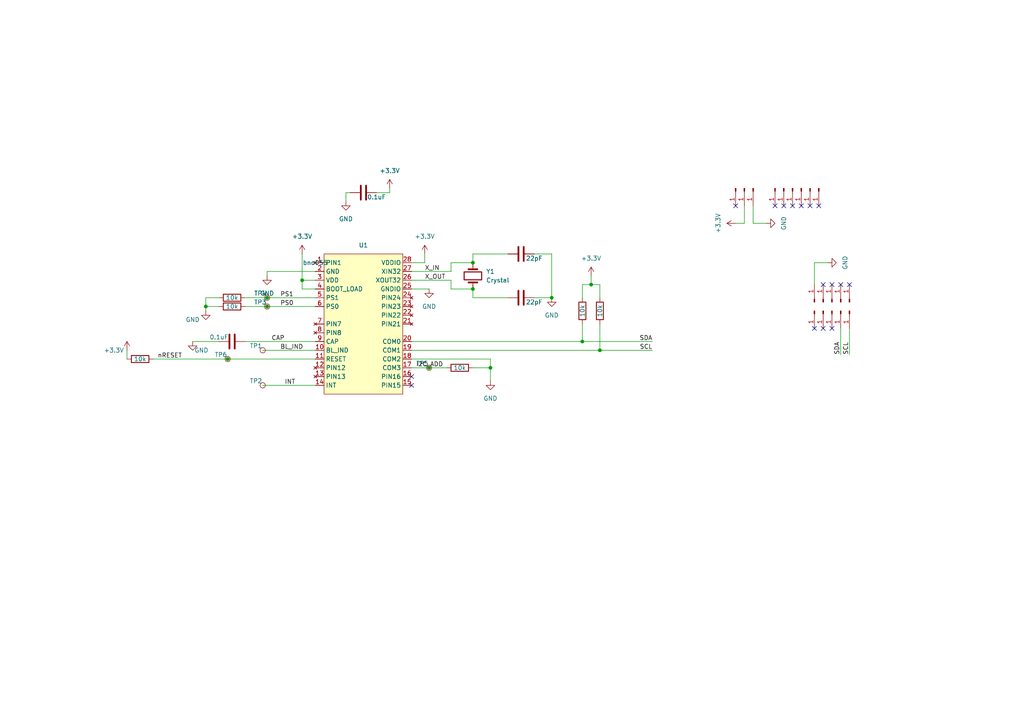
<source format=kicad_sch>
(kicad_sch (version 20230121) (generator eeschema)
  (paper "A4")
  (lib_symbols
    (symbol "00_custom:BNO055"
      (property "Reference" "U" (at 0 0 0))
      (symbol "BNO055_0_1"
        (rectangle (start 2.54 2.54) (end 25.4 -38.1) (fill (type background)))
      )
      (symbol "BNO055_1_1"
        (pin no_connect line (at 0 0 0) (length 2.54) (name "PIN1") (number "1"))
        (pin output line (at 0 -25.4 0) (length 2.54) (name "BL_IND") (number "10"))
        (pin input line (at 0 -27.94 0) (length 2.54) (name "RESET") (number "11"))
        (pin no_connect line (at 0 -30.48 0) (length 2.54) (name "PIN12") (number "12"))
        (pin no_connect line (at 0 -33.02 0) (length 2.54) (name "PIN13") (number "13"))
        (pin output line (at 0 -35.56 0) (length 2.54) (name "INT") (number "14"))
        (pin power_in line (at 27.94 -35.56 180) (length 2.54) (name "PIN15") (number "15"))
        (pin power_in line (at 27.94 -33.02 180) (length 2.54) (name "PIN16") (number "16"))
        (pin input line (at 27.94 -30.48 180) (length 2.54) (name "COM3") (number "17"))
        (pin input line (at 27.94 -27.94 180) (length 2.54) (name "COM2") (number "18"))
        (pin input line (at 27.94 -25.4 180) (length 2.54) (name "COM1") (number "19"))
        (pin power_in line (at 0 -2.54 0) (length 2.54) (name "GND") (number "2"))
        (pin input line (at 27.94 -22.86 180) (length 2.54) (name "COM0") (number "20"))
        (pin no_connect line (at 27.94 -17.78 180) (length 2.54) (name "PIN21") (number "21"))
        (pin no_connect line (at 27.94 -15.24 180) (length 2.54) (name "PIN22") (number "22"))
        (pin no_connect line (at 27.94 -12.7 180) (length 2.54) (name "PIN23") (number "23"))
        (pin no_connect line (at 27.94 -10.16 180) (length 2.54) (name "PIN24") (number "24"))
        (pin power_in line (at 27.94 -7.62 180) (length 2.54) (name "GNDIO") (number "25"))
        (pin output line (at 27.94 -5.08 180) (length 2.54) (name "XOUT32") (number "26"))
        (pin input line (at 27.94 -2.54 180) (length 2.54) (name "XIN32") (number "27"))
        (pin power_in line (at 27.94 0 180) (length 2.54) (name "VDDIO") (number "28"))
        (pin power_in line (at 0 -5.08 0) (length 2.54) (name "VDD") (number "3"))
        (pin input line (at 0 -7.62 0) (length 2.54) (name "BOOT_LOAD") (number "4"))
        (pin input line (at 0 -10.16 0) (length 2.54) (name "PS1") (number "5"))
        (pin input line (at 0 -12.7 0) (length 2.54) (name "PS0") (number "6"))
        (pin no_connect line (at 0 -17.78 0) (length 2.54) (name "PIN7") (number "7"))
        (pin no_connect line (at 0 -20.32 0) (length 2.54) (name "PIN8") (number "8"))
        (pin passive line (at 0 -22.86 0) (length 2.54) (name "CAP") (number "9"))
      )
    )
    (symbol "00_custom:TestPoint" (pin_numbers hide) (pin_names (offset 0.762) hide)
      (property "Reference" "TP" (at 0 6.858 0))
      (property "Value" "TestPoint" (at 0 5.08 0))
      (symbol "TestPoint_0_1"
        (circle (center 0 0) (radius 0.762))
      )
      (symbol "TestPoint_1_1"
        (pin passive line (at 0 0 90) (length 0) (name "1") (number "1"))
      )
    )
    (symbol "Connector:Conn_01x01_Pin" (pin_names (offset 1.016) hide) (in_bom no)
      (property "Reference" "J" (at 0 2.54 0))
      (property "Value" "Conn_01x01_Pin" (at 0 -2.54 0))
      (symbol "Conn_01x01_Pin_1_1"
        (polyline (pts (xy 1.27 0) (xy 0.8636 0)) (stroke (width 0.1524)))
        (rectangle (start 0 0.127) (end 0.8636 -0.127) (stroke (width 0.1524)) (fill (type outline)))
        (pin passive line (at 5.08 0 180) (length 3.81) (name "Pin_1") (number "1"))
      )
    )
    (symbol "Device:C" (pin_numbers hide) (pin_names (offset 0.254))
      (property "Reference" "C" (at 0.635 2.54 0))
      (property "Value" "C" (at 0.635 -2.54 0))
      (symbol "C_0_1"
        (polyline (pts (xy -2.032 -0.762) (xy 2.032 -0.762)) (stroke (width 0.508)))
        (polyline (pts (xy -2.032 0.762) (xy 2.032 0.762)) (stroke (width 0.508)))
      )
      (symbol "C_1_1"
        (pin passive line (at 0 3.81 270) (length 2.794) (name "~") (number "1"))
        (pin passive line (at 0 -3.81 90) (length 2.794) (name "~") (number "2"))
      )
    )
    (symbol "Device:Crystal" (pin_numbers hide) (pin_names (offset 1.016) hide)
      (property "Reference" "Y" (at 0 3.81 0))
      (property "Value" "Crystal" (at 0 -3.81 0))
      (symbol "Crystal_0_1"
        (rectangle (start -1.143 2.54) (end 1.143 -2.54) (stroke (width 0.3048)))
        (polyline (pts (xy -2.54 0) (xy -1.905 0)))
        (polyline (pts (xy -1.905 -1.27) (xy -1.905 1.27)) (stroke (width 0.508)))
        (polyline (pts (xy 1.905 -1.27) (xy 1.905 1.27)) (stroke (width 0.508)))
        (polyline (pts (xy 2.54 0) (xy 1.905 0)))
      )
      (symbol "Crystal_1_1"
        (pin passive line (at -3.81 0 0) (length 1.27) (name "1") (number "1"))
        (pin passive line (at 3.81 0 180) (length 1.27) (name "2") (number "2"))
      )
    )
    (symbol "Device:R" (pin_numbers hide) (pin_names (offset 0))
      (property "Reference" "R" (at 2.032 0 90))
      (property "Value" "R" (at 0 0 90))
      (symbol "R_0_1"
        (rectangle (start -1.016 -2.54) (end 1.016 2.54) (stroke (width 0.254)))
      )
      (symbol "R_1_1"
        (pin passive line (at 0 3.81 270) (length 1.27) (name "~") (number "1"))
        (pin passive line (at 0 -3.81 90) (length 1.27) (name "~") (number "2"))
      )
    )
    (symbol "power:+3.3V" (power) (pin_names (offset 0))
      (property "Value" "+3.3V" (at 0 3.556 0))
      (symbol "+3.3V_0_1"
        (polyline (pts (xy -0.762 1.27) (xy 0 2.54)))
        (polyline (pts (xy 0 0) (xy 0 2.54)))
        (polyline (pts (xy 0 2.54) (xy 0.762 1.27)))
      )
      (symbol "+3.3V_1_1"
        (pin power_in line (at 0 0 90) (length 0) hide (name "+3.3V") (number "1"))
      )
    )
    (symbol "power:GND" (power) (pin_names (offset 0))
      (property "Value" "GND" (at 0 -3.81 0))
      (symbol "GND_0_1"
        (polyline (pts (xy 0 0) (xy 0 -1.27) (xy 1.27 -1.27) (xy 0 -2.54) (xy -1.27 -1.27) (xy 0 -1.27)))
      )
      (symbol "GND_1_1"
        (pin power_in line (at 0 0 270) (length 0) hide (name "GND") (number "1"))
      )
    )
  )
  (junction (at 137.16 76.2))
  (junction (at 168.91 99.06))
  (junction (at 77.47 86.36))
  (junction (at 173.99 101.6))
  (junction (at 171.45 82.55))
  (junction (at 66.04 104.14))
  (junction (at 87.63 81.28))
  (junction (at 142.24 106.68))
  (junction (at 137.16 83.82))
  (junction (at 160.02 86.36))
  (junction (at 124.46 106.68))
  (junction (at 77.47 88.9))
  (junction (at 59.69 88.9))
  (no_connect (at 229.87 59.69))
  (no_connect (at 119.38 111.76))
  (no_connect (at 224.79 59.69))
  (no_connect (at 227.33 59.69))
  (no_connect (at 238.76 82.55))
  (no_connect (at 238.76 95.25))
  (no_connect (at 237.49 59.69))
  (no_connect (at 243.84 82.55))
  (no_connect (at 246.38 82.55))
  (no_connect (at 119.38 109.22))
  (no_connect (at 236.22 95.25))
  (no_connect (at 241.3 95.25))
  (no_connect (at 241.3 82.55))
  (no_connect (at 234.95 59.69))
  (no_connect (at 213.36 59.69))
  (no_connect (at 232.41 59.69))
  (wire (pts (xy 142.24 106.68) (xy 142.24 110.49)))
  (wire (pts (xy 119.38 81.28) (xy 130.81 81.28)))
  (wire (pts (xy 76.2 101.6) (xy 91.44 101.6)))
  (wire (pts (xy 119.38 106.68) (xy 124.46 106.68)))
  (wire (pts (xy 246.38 95.25) (xy 246.38 102.87)))
  (wire (pts (xy 236.22 82.55) (xy 236.22 76.2)))
  (wire (pts (xy 87.63 83.82) (xy 87.63 81.28)))
  (wire (pts (xy 236.22 76.2) (xy 240.03 76.2)))
  (wire (pts (xy 142.24 104.14) (xy 142.24 106.68)))
  (wire (pts (xy 77.47 86.36) (xy 91.44 86.36)))
  (wire (pts (xy 173.99 101.6) (xy 189.23 101.6)))
  (wire (pts (xy 119.38 78.74) (xy 130.81 78.74)))
  (wire (pts (xy 137.16 86.36) (xy 147.32 86.36)))
  (wire (pts (xy 77.47 88.9) (xy 91.44 88.9)))
  (wire (pts (xy 137.16 83.82) (xy 137.16 86.36)))
  (wire (pts (xy 119.38 104.14) (xy 142.24 104.14)))
  (wire (pts (xy 59.69 86.36) (xy 59.69 88.9)))
  (wire (pts (xy 215.9 59.69) (xy 215.9 64.77)))
  (wire (pts (xy 44.45 104.14) (xy 66.04 104.14)))
  (wire (pts (xy 168.91 93.98) (xy 168.91 99.06)))
  (wire (pts (xy 173.99 86.36) (xy 173.99 82.55)))
  (wire (pts (xy 160.02 73.66) (xy 160.02 86.36)))
  (wire (pts (xy 113.03 55.88) (xy 113.03 54.61)))
  (wire (pts (xy 130.81 81.28) (xy 130.81 83.82)))
  (wire (pts (xy 137.16 73.66) (xy 147.32 73.66)))
  (wire (pts (xy 71.12 99.06) (xy 91.44 99.06)))
  (wire (pts (xy 36.83 101.6) (xy 36.83 104.14)))
  (wire (pts (xy 123.19 76.2) (xy 123.19 73.66)))
  (wire (pts (xy 142.24 106.68) (xy 137.16 106.68)))
  (wire (pts (xy 119.38 101.6) (xy 173.99 101.6)))
  (wire (pts (xy 91.44 83.82) (xy 87.63 83.82)))
  (wire (pts (xy 100.33 55.88) (xy 100.33 58.42)))
  (wire (pts (xy 76.2 111.76) (xy 91.44 111.76)))
  (wire (pts (xy 243.84 95.25) (xy 243.84 102.87)))
  (wire (pts (xy 87.63 81.28) (xy 91.44 81.28)))
  (wire (pts (xy 215.9 64.77) (xy 213.36 64.77)))
  (wire (pts (xy 101.6 55.88) (xy 100.33 55.88)))
  (wire (pts (xy 63.5 86.36) (xy 59.69 86.36)))
  (wire (pts (xy 130.81 78.74) (xy 130.81 76.2)))
  (wire (pts (xy 59.69 88.9) (xy 59.69 90.17)))
  (wire (pts (xy 130.81 83.82) (xy 137.16 83.82)))
  (wire (pts (xy 218.44 59.69) (xy 218.44 64.77)))
  (wire (pts (xy 130.81 76.2) (xy 137.16 76.2)))
  (wire (pts (xy 137.16 76.2) (xy 137.16 73.66)))
  (wire (pts (xy 171.45 80.01) (xy 171.45 82.55)))
  (wire (pts (xy 218.44 64.77) (xy 222.25 64.77)))
  (wire (pts (xy 168.91 99.06) (xy 189.23 99.06)))
  (wire (pts (xy 119.38 99.06) (xy 168.91 99.06)))
  (wire (pts (xy 55.88 99.06) (xy 63.5 99.06)))
  (wire (pts (xy 124.46 106.68) (xy 129.54 106.68)))
  (wire (pts (xy 63.5 88.9) (xy 59.69 88.9)))
  (wire (pts (xy 173.99 93.98) (xy 173.99 101.6)))
  (wire (pts (xy 119.38 83.82) (xy 124.46 83.82)))
  (wire (pts (xy 71.12 88.9) (xy 77.47 88.9)))
  (wire (pts (xy 77.47 78.74) (xy 77.47 80.01)))
  (wire (pts (xy 109.22 55.88) (xy 113.03 55.88)))
  (wire (pts (xy 71.12 86.36) (xy 77.47 86.36)))
  (wire (pts (xy 66.04 104.14) (xy 91.44 104.14)))
  (wire (pts (xy 173.99 82.55) (xy 171.45 82.55)))
  (wire (pts (xy 154.94 73.66) (xy 160.02 73.66)))
  (wire (pts (xy 160.02 86.36) (xy 154.94 86.36)))
  (wire (pts (xy 119.38 76.2) (xy 123.19 76.2)))
  (wire (pts (xy 168.91 82.55) (xy 171.45 82.55)))
  (wire (pts (xy 168.91 86.36) (xy 168.91 82.55)))
  (wire (pts (xy 87.63 73.66) (xy 87.63 81.28)))
  (wire (pts (xy 91.44 78.74) (xy 77.47 78.74)))
  (label "SCL" (at 189.23 101.6 180))
  (label "INT" (at 82.55 111.76 0))
  (label "SCL" (at 246.38 102.87 90))
  (label "BL_IND" (at 81.28 101.6 0))
  (label "X_IN" (at 123.19 78.74 0))
  (label "PS1" (at 81.28 86.36 0))
  (label "SDA" (at 243.84 102.87 90))
  (label "CAP" (at 78.74 99.06 0))
  (label "nRESET" (at 45.72 104.14 0))
  (label "SDA" (at 189.23 99.06 180))
  (label "I2C_ADD" (at 120.65 106.68 0))
  (label "PS0" (at 81.28 88.9 0))
  (label "X_OUT" (at 123.19 81.28 0))
  (symbol (lib_id "Connector:Conn_01x01_Pin") (at 227.33 54.61 90) (mirror x) (unit 1) (in_bom no)
    (property "Reference" "J17" (effects hide))
    (property "Value" "Conn_01x01_Pin" (effects hide))
    (property "Footprint" "Connector_PinHeader_1.27mm:PinHeader_1x01_P1.27mm_Vertical" (effects hide))
  )
  (symbol (lib_id "Device:C") (at 151.13 86.36 90) (unit 1)
    (property "Reference" "C4" (effects hide))
    (property "Value" "22pF" (at 154.94 87.63 90))
    (property "Footprint" "Capacitor_SMD:C_0402_1005Metric" (effects hide))
  )
  (symbol (lib_id "Connector:Conn_01x01_Pin") (at 236.22 87.63 90) (unit 1) (in_bom no)
    (property "Reference" "J19" (effects hide))
    (property "Value" "Conn_01x01_Pin" (effects hide))
    (property "Footprint" "Connector_PinHeader_1.27mm:PinHeader_1x01_P1.27mm_Vertical" (effects hide))
  )
  (symbol (lib_id "Device:Crystal") (at 137.16 80.01 90) (unit 1)
    (property "Reference" "Y1" (at 140.97 78.74 90) (effects (justify right)))
    (property "Value" "Crystal" (at 140.97 81.28 90) (effects (justify right)))
    (property "Footprint" "Crystal:Crystal_SMD_3215-2Pin_3.2x1.5mm" (effects hide))
    (property "LCSC" "C32346" (effects hide))
  )
  (symbol (lib_id "power:GND") (at 222.25 64.77 90) (mirror x) (unit 1)
    (property "Reference" "#PWR013" (effects hide))
    (property "Value" "GND" (at 227.33 64.77 0))
  )
  (symbol (lib_id "power:GND") (at 142.24 110.49 0) (unit 1)
    (property "Reference" "#PWR08" (effects hide))
    (property "Value" "GND" (at 142.24 115.57 0))
  )
  (symbol (lib_id "power:+3.3V") (at 36.83 101.6 0) (unit 1)
    (property "Reference" "#PWR012" (effects hide))
    (property "Value" "+3.3V" (at 33.02 101.6 0))
  )
  (symbol (lib_id "Device:R") (at 40.64 104.14 90) (unit 1)
    (property "Reference" "R6" (effects hide))
    (property "Value" "10k" (at 40.64 104.14 90))
    (property "Footprint" "Resistor_SMD:R_0402_1005Metric" (effects hide))
  )
  (symbol (lib_id "Device:C") (at 105.41 55.88 90) (unit 1)
    (property "Reference" "C1" (effects hide))
    (property "Value" "0.1uF" (at 109.22 57.15 90))
    (property "Footprint" "Capacitor_SMD:C_0402_1005Metric" (effects hide))
  )
  (symbol (lib_id "Connector:Conn_01x01_Pin") (at 237.49 54.61 270) (unit 1) (in_bom no)
    (property "Reference" "J10" (effects hide))
    (property "Value" "Conn_01x01_Pin" (effects hide))
    (property "Footprint" "Connector_PinHeader_1.27mm:PinHeader_1x01_P1.27mm_Vertical" (effects hide))
  )
  (symbol (lib_id "Device:R") (at 67.31 86.36 90) (unit 1)
    (property "Reference" "R3" (effects hide))
    (property "Value" "10k" (at 67.31 86.36 90))
    (property "Footprint" "Resistor_SMD:R_0402_1005Metric" (effects hide))
  )
  (symbol (lib_id "Connector:Conn_01x01_Pin") (at 238.76 90.17 90) (mirror x) (unit 1) (in_bom no)
    (property "Reference" "J12" (effects hide))
    (property "Value" "Conn_01x01_Pin" (effects hide))
    (property "Footprint" "Connector_PinHeader_1.27mm:PinHeader_1x01_P1.27mm_Vertical" (effects hide))
  )
  (symbol (lib_id "Device:C") (at 151.13 73.66 90) (unit 1)
    (property "Reference" "C3" (effects hide))
    (property "Value" "22pF" (at 154.94 74.93 90))
    (property "Footprint" "Capacitor_SMD:C_0402_1005Metric" (effects hide))
  )
  (symbol (lib_id "Connector:Conn_01x01_Pin") (at 241.3 87.63 90) (unit 1) (in_bom no)
    (property "Reference" "J6" (effects hide))
    (property "Value" "Conn_01x01_Pin" (effects hide))
    (property "Footprint" "Connector_PinHeader_1.27mm:PinHeader_1x01_P1.27mm_Vertical" (effects hide))
  )
  (symbol (lib_id "power:+3.3V") (at 123.19 73.66 0) (unit 1)
    (property "Reference" "#PWR02" (effects hide))
    (property "Value" "+3.3V" (at 123.19 68.58 0))
  )
  (symbol (lib_id "Connector:Conn_01x01_Pin") (at 238.76 87.63 90) (unit 1) (in_bom no)
    (property "Reference" "J5" (effects hide))
    (property "Value" "Conn_01x01_Pin" (effects hide))
    (property "Footprint" "Connector_PinHeader_1.27mm:PinHeader_1x01_P1.27mm_Vertical" (effects hide))
  )
  (symbol (lib_id "Connector:Conn_01x01_Pin") (at 213.36 54.61 90) (mirror x) (unit 1) (in_bom no)
    (property "Reference" "J15" (effects hide))
    (property "Value" "Conn_01x01_Pin" (effects hide))
    (property "Footprint" "Connector_PinHeader_1.27mm:PinHeader_1x01_P1.27mm_Vertical" (effects hide))
  )
  (symbol (lib_id "Connector:Conn_01x01_Pin") (at 243.84 87.63 90) (unit 1) (in_bom no)
    (property "Reference" "J7" (effects hide))
    (property "Value" "Conn_01x01_Pin" (effects hide))
    (property "Footprint" "Connector_PinHeader_1.27mm:PinHeader_1x01_P1.27mm_Vertical" (effects hide))
  )
  (symbol (lib_id "Device:R") (at 67.31 88.9 90) (unit 1)
    (property "Reference" "R2" (effects hide))
    (property "Value" "10k" (at 67.31 88.9 90))
    (property "Footprint" "Resistor_SMD:R_0402_1005Metric" (effects hide))
  )
  (symbol (lib_id "power:GND") (at 77.47 80.01 0) (unit 1)
    (property "Reference" "#PWR01" (effects hide))
    (property "Value" "GND" (at 77.47 85.09 0))
  )
  (symbol (lib_id "Device:R") (at 168.91 90.17 180) (unit 1)
    (property "Reference" "R4" (effects hide))
    (property "Value" "10k" (at 168.91 90.17 90))
    (property "Footprint" "Resistor_SMD:R_0402_1005Metric" (effects hide))
  )
  (symbol (lib_id "Device:R") (at 133.35 106.68 90) (unit 1)
    (property "Reference" "R1" (effects hide))
    (property "Value" "10k" (at 133.35 106.68 90))
    (property "Footprint" "Resistor_SMD:R_0402_1005Metric" (effects hide))
  )
  (symbol (lib_id "Connector:Conn_01x01_Pin") (at 243.84 90.17 90) (mirror x) (unit 1) (in_bom no)
    (property "Reference" "J2" (effects hide))
    (property "Value" "Conn_01x01_Pin" (effects hide))
    (property "Footprint" "Connector_PinHeader_1.27mm:PinHeader_1x01_P1.27mm_Vertical" (effects hide))
  )
  (symbol (lib_id "power:GND") (at 59.69 90.17 0) (unit 1)
    (property "Reference" "#PWR07" (effects hide))
    (property "Value" "GND" (at 55.88 92.71 0))
  )
  (symbol (lib_id "Device:C") (at 67.31 99.06 270) (unit 1)
    (property "Reference" "C2" (effects hide))
    (property "Value" "0.1uF" (at 63.5 97.79 90))
    (property "Footprint" "Capacitor_SMD:C_0402_1005Metric" (effects hide))
  )
  (symbol (lib_id "Connector:Conn_01x01_Pin") (at 236.22 90.17 90) (mirror x) (unit 1) (in_bom no)
    (property "Reference" "J11" (effects hide))
    (property "Value" "Conn_01x01_Pin" (effects hide))
    (property "Footprint" "Connector_PinHeader_1.27mm:PinHeader_1x01_P1.27mm_Vertical" (effects hide))
  )
  (symbol (lib_id "Connector:Conn_01x01_Pin") (at 229.87 54.61 90) (mirror x) (unit 1) (in_bom no)
    (property "Reference" "J18" (effects hide))
    (property "Value" "Conn_01x01_Pin" (effects hide))
    (property "Footprint" "Connector_PinHeader_1.27mm:PinHeader_1x01_P1.27mm_Vertical" (effects hide))
  )
  (symbol (lib_id "Connector:Conn_01x01_Pin") (at 224.79 54.61 90) (mirror x) (unit 1) (in_bom no)
    (property "Reference" "J16" (effects hide))
    (property "Value" "Conn_01x01_Pin" (effects hide))
    (property "Footprint" "Connector_PinHeader_1.27mm:PinHeader_1x01_P1.27mm_Vertical" (effects hide))
  )
  (symbol (lib_id "00_custom:TestPoint") (at 124.46 106.68 0) (unit 1)
    (property "Reference" "TP5" (at 120.65 105.41 0) (effects (justify left)))
    (property "Value" "TestPoint" (effects hide))
    (property "Footprint" "00_Custom:TestPoint_Pad_D1.0mm" (effects hide))
  )
  (symbol (lib_id "00_custom:BNO055") (at 91.44 76.2 0) (unit 1)
    (property "Reference" "U1" (at 105.41 71.12 0))
    (property "Value" "bno055" (at 91.44 76.2 0))
    (property "Footprint" "digikey-footprints:LGA-28_5.2x3.8mm_BNO0055" (effects hide))
  )
  (symbol (lib_id "Connector:Conn_01x01_Pin") (at 215.9 54.61 90) (mirror x) (unit 1) (in_bom no)
    (property "Reference" "J1" (effects hide))
    (property "Value" "Conn_01x01_Pin" (effects hide))
    (property "Footprint" "Connector_PinHeader_1.27mm:PinHeader_1x01_P1.27mm_Vertical" (effects hide))
  )
  (symbol (lib_id "power:GND") (at 160.02 86.36 0) (unit 1)
    (property "Reference" "#PWR05" (effects hide))
    (property "Value" "GND" (at 160.02 91.44 0))
  )
  (symbol (lib_id "00_custom:TestPoint") (at 77.47 86.36 0) (unit 1)
    (property "Reference" "TP4" (at 73.66 85.09 0) (effects (justify left)))
    (property "Value" "TestPoint" (effects hide))
    (property "Footprint" "00_Custom:TestPoint_Pad_D1.0mm" (effects hide))
  )
  (symbol (lib_id "power:GND") (at 55.88 99.06 0) (unit 1)
    (property "Reference" "#PWR06" (effects hide))
    (property "Value" "GND" (at 58.42 101.6 0))
  )
  (symbol (lib_id "Device:R") (at 173.99 90.17 180) (unit 1)
    (property "Reference" "R5" (effects hide))
    (property "Value" "10k" (at 173.99 90.17 90))
    (property "Footprint" "Resistor_SMD:R_0402_1005Metric" (effects hide))
  )
  (symbol (lib_id "Connector:Conn_01x01_Pin") (at 246.38 87.63 90) (unit 1) (in_bom no)
    (property "Reference" "J8" (effects hide))
    (property "Value" "Conn_01x01_Pin" (effects hide))
    (property "Footprint" "Connector_PinHeader_1.27mm:PinHeader_1x01_P1.27mm_Vertical" (effects hide))
  )
  (symbol (lib_id "power:+3.3V") (at 213.36 64.77 90) (mirror x) (unit 1)
    (property "Reference" "#PWR014" (effects hide))
    (property "Value" "+3.3V" (at 208.28 64.77 0))
  )
  (symbol (lib_id "Connector:Conn_01x01_Pin") (at 218.44 54.61 90) (mirror x) (unit 1) (in_bom no)
    (property "Reference" "J4" (effects hide))
    (property "Value" "Conn_01x01_Pin" (effects hide))
    (property "Footprint" "Connector_PinHeader_1.27mm:PinHeader_1x01_P1.27mm_Vertical" (effects hide))
  )
  (symbol (lib_id "Connector:Conn_01x01_Pin") (at 232.41 54.61 270) (unit 1) (in_bom no)
    (property "Reference" "J13" (effects hide))
    (property "Value" "Conn_01x01_Pin" (effects hide))
    (property "Footprint" "Connector_PinHeader_1.27mm:PinHeader_1x01_P1.27mm_Vertical" (effects hide))
  )
  (symbol (lib_id "00_custom:TestPoint") (at 76.2 111.76 0) (unit 1)
    (property "Reference" "TP2" (at 72.39 110.49 0) (effects (justify left)))
    (property "Value" "TestPoint" (effects hide))
    (property "Footprint" "00_Custom:TestPoint_Pad_D1.0mm" (effects hide))
  )
  (symbol (lib_id "00_custom:TestPoint") (at 76.2 101.6 0) (unit 1)
    (property "Reference" "TP1" (at 72.39 100.33 0) (effects (justify left)))
    (property "Value" "TestPoint" (effects hide))
    (property "Footprint" "00_Custom:TestPoint_Pad_D1.0mm" (effects hide))
  )
  (symbol (lib_id "00_custom:TestPoint") (at 77.47 88.9 0) (unit 1)
    (property "Reference" "TP3" (at 73.66 87.63 0) (effects (justify left)))
    (property "Value" "TestPoint" (effects hide))
    (property "Footprint" "00_Custom:TestPoint_Pad_D1.0mm" (effects hide))
  )
  (symbol (lib_id "power:+3.3V") (at 171.45 80.01 0) (unit 1)
    (property "Reference" "#PWR011" (effects hide))
    (property "Value" "+3.3V" (at 171.45 74.93 0))
  )
  (symbol (lib_id "Connector:Conn_01x01_Pin") (at 246.38 90.17 90) (mirror x) (unit 1) (in_bom no)
    (property "Reference" "J3" (effects hide))
    (property "Value" "Conn_01x01_Pin" (effects hide))
    (property "Footprint" "Connector_PinHeader_1.27mm:PinHeader_1x01_P1.27mm_Vertical" (effects hide))
  )
  (symbol (lib_id "power:GND") (at 124.46 83.82 0) (unit 1)
    (property "Reference" "#PWR010" (effects hide))
    (property "Value" "GND" (at 124.46 88.9 0))
  )
  (symbol (lib_id "power:+3.3V") (at 87.63 73.66 0) (unit 1)
    (property "Reference" "#PWR09" (effects hide))
    (property "Value" "+3.3V" (at 87.63 68.58 0))
  )
  (symbol (lib_id "power:GND") (at 240.03 76.2 90) (unit 1)
    (property "Reference" "#PWR015" (effects hide))
    (property "Value" "GND" (at 245.11 76.2 0))
  )
  (symbol (lib_id "power:+3.3V") (at 113.03 54.61 0) (unit 1)
    (property "Reference" "#PWR04" (effects hide))
    (property "Value" "+3.3V" (at 113.03 49.53 0))
  )
  (symbol (lib_id "power:GND") (at 100.33 58.42 0) (unit 1)
    (property "Reference" "#PWR03" (effects hide))
    (property "Value" "GND" (at 100.33 63.5 0))
  )
  (symbol (lib_id "Connector:Conn_01x01_Pin") (at 241.3 90.17 90) (mirror x) (unit 1) (in_bom no)
    (property "Reference" "J9" (effects hide))
    (property "Value" "Conn_01x01_Pin" (effects hide))
    (property "Footprint" "Connector_PinHeader_1.27mm:PinHeader_1x01_P1.27mm_Vertical" (effects hide))
  )
  (symbol (lib_id "00_custom:TestPoint") (at 66.04 104.14 0) (unit 1)
    (property "Reference" "TP6" (at 62.23 102.87 0) (effects (justify left)))
    (property "Value" "TestPoint" (effects hide))
    (property "Footprint" "00_Custom:TestPoint_Pad_D1.0mm" (effects hide))
  )
  (symbol (lib_id "Connector:Conn_01x01_Pin") (at 234.95 54.61 270) (unit 1) (in_bom no)
    (property "Reference" "J14" (effects hide))
    (property "Value" "Conn_01x01_Pin" (effects hide))
    (property "Footprint" "Connector_PinHeader_1.27mm:PinHeader_1x01_P1.27mm_Vertical" (effects hide))
  )
)
</source>
